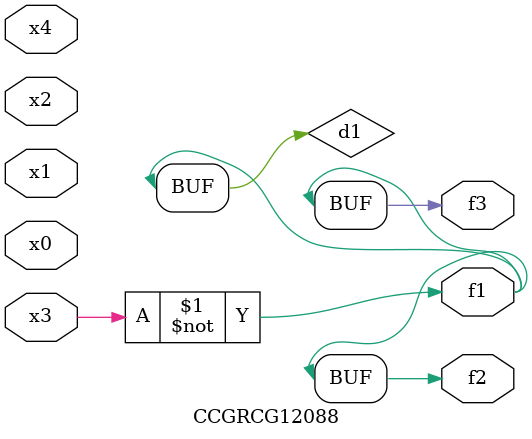
<source format=v>
module CCGRCG12088(
	input x0, x1, x2, x3, x4,
	output f1, f2, f3
);

	wire d1, d2;

	xnor (d1, x3);
	not (d2, x1);
	assign f1 = d1;
	assign f2 = d1;
	assign f3 = d1;
endmodule

</source>
